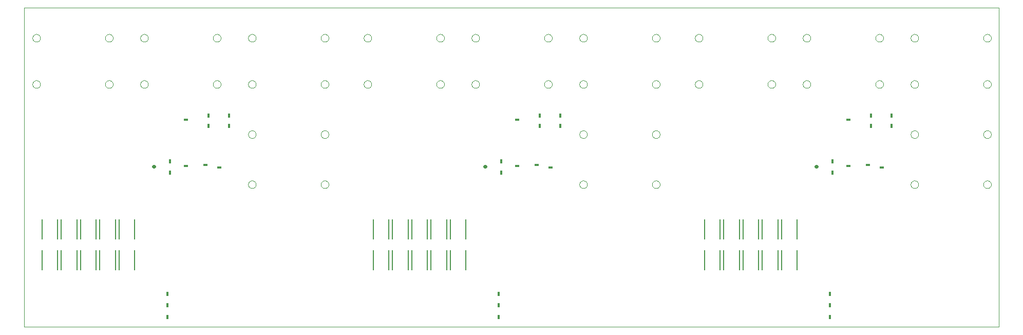
<source format=gbo>
G75*
%MOIN*%
%OFA0B0*%
%FSLAX24Y24*%
%IPPOS*%
%LPD*%
%AMOC8*
5,1,8,0,0,1.08239X$1,22.5*
%
%ADD10C,0.0000*%
%ADD11R,0.0150X0.0300*%
%ADD12C,0.0220*%
%ADD13R,0.0300X0.0150*%
%ADD14C,0.0080*%
D10*
X005176Y004603D02*
X068426Y004603D01*
X068426Y025323D01*
X005176Y025323D01*
X005176Y004603D01*
X019706Y013853D02*
X019708Y013884D01*
X019714Y013915D01*
X019724Y013945D01*
X019737Y013973D01*
X019754Y014000D01*
X019774Y014024D01*
X019797Y014046D01*
X019822Y014064D01*
X019850Y014079D01*
X019879Y014091D01*
X019909Y014099D01*
X019940Y014103D01*
X019972Y014103D01*
X020003Y014099D01*
X020033Y014091D01*
X020062Y014079D01*
X020090Y014064D01*
X020115Y014046D01*
X020138Y014024D01*
X020158Y014000D01*
X020175Y013973D01*
X020188Y013945D01*
X020198Y013915D01*
X020204Y013884D01*
X020206Y013853D01*
X020204Y013822D01*
X020198Y013791D01*
X020188Y013761D01*
X020175Y013733D01*
X020158Y013706D01*
X020138Y013682D01*
X020115Y013660D01*
X020090Y013642D01*
X020062Y013627D01*
X020033Y013615D01*
X020003Y013607D01*
X019972Y013603D01*
X019940Y013603D01*
X019909Y013607D01*
X019879Y013615D01*
X019850Y013627D01*
X019822Y013642D01*
X019797Y013660D01*
X019774Y013682D01*
X019754Y013706D01*
X019737Y013733D01*
X019724Y013761D01*
X019714Y013791D01*
X019708Y013822D01*
X019706Y013853D01*
X024426Y013853D02*
X024428Y013884D01*
X024434Y013915D01*
X024444Y013945D01*
X024457Y013973D01*
X024474Y014000D01*
X024494Y014024D01*
X024517Y014046D01*
X024542Y014064D01*
X024570Y014079D01*
X024599Y014091D01*
X024629Y014099D01*
X024660Y014103D01*
X024692Y014103D01*
X024723Y014099D01*
X024753Y014091D01*
X024782Y014079D01*
X024810Y014064D01*
X024835Y014046D01*
X024858Y014024D01*
X024878Y014000D01*
X024895Y013973D01*
X024908Y013945D01*
X024918Y013915D01*
X024924Y013884D01*
X024926Y013853D01*
X024924Y013822D01*
X024918Y013791D01*
X024908Y013761D01*
X024895Y013733D01*
X024878Y013706D01*
X024858Y013682D01*
X024835Y013660D01*
X024810Y013642D01*
X024782Y013627D01*
X024753Y013615D01*
X024723Y013607D01*
X024692Y013603D01*
X024660Y013603D01*
X024629Y013607D01*
X024599Y013615D01*
X024570Y013627D01*
X024542Y013642D01*
X024517Y013660D01*
X024494Y013682D01*
X024474Y013706D01*
X024457Y013733D01*
X024444Y013761D01*
X024434Y013791D01*
X024428Y013822D01*
X024426Y013853D01*
X024426Y017103D02*
X024428Y017134D01*
X024434Y017165D01*
X024444Y017195D01*
X024457Y017223D01*
X024474Y017250D01*
X024494Y017274D01*
X024517Y017296D01*
X024542Y017314D01*
X024570Y017329D01*
X024599Y017341D01*
X024629Y017349D01*
X024660Y017353D01*
X024692Y017353D01*
X024723Y017349D01*
X024753Y017341D01*
X024782Y017329D01*
X024810Y017314D01*
X024835Y017296D01*
X024858Y017274D01*
X024878Y017250D01*
X024895Y017223D01*
X024908Y017195D01*
X024918Y017165D01*
X024924Y017134D01*
X024926Y017103D01*
X024924Y017072D01*
X024918Y017041D01*
X024908Y017011D01*
X024895Y016983D01*
X024878Y016956D01*
X024858Y016932D01*
X024835Y016910D01*
X024810Y016892D01*
X024782Y016877D01*
X024753Y016865D01*
X024723Y016857D01*
X024692Y016853D01*
X024660Y016853D01*
X024629Y016857D01*
X024599Y016865D01*
X024570Y016877D01*
X024542Y016892D01*
X024517Y016910D01*
X024494Y016932D01*
X024474Y016956D01*
X024457Y016983D01*
X024444Y017011D01*
X024434Y017041D01*
X024428Y017072D01*
X024426Y017103D01*
X019706Y017103D02*
X019708Y017134D01*
X019714Y017165D01*
X019724Y017195D01*
X019737Y017223D01*
X019754Y017250D01*
X019774Y017274D01*
X019797Y017296D01*
X019822Y017314D01*
X019850Y017329D01*
X019879Y017341D01*
X019909Y017349D01*
X019940Y017353D01*
X019972Y017353D01*
X020003Y017349D01*
X020033Y017341D01*
X020062Y017329D01*
X020090Y017314D01*
X020115Y017296D01*
X020138Y017274D01*
X020158Y017250D01*
X020175Y017223D01*
X020188Y017195D01*
X020198Y017165D01*
X020204Y017134D01*
X020206Y017103D01*
X020204Y017072D01*
X020198Y017041D01*
X020188Y017011D01*
X020175Y016983D01*
X020158Y016956D01*
X020138Y016932D01*
X020115Y016910D01*
X020090Y016892D01*
X020062Y016877D01*
X020033Y016865D01*
X020003Y016857D01*
X019972Y016853D01*
X019940Y016853D01*
X019909Y016857D01*
X019879Y016865D01*
X019850Y016877D01*
X019822Y016892D01*
X019797Y016910D01*
X019774Y016932D01*
X019754Y016956D01*
X019737Y016983D01*
X019724Y017011D01*
X019714Y017041D01*
X019708Y017072D01*
X019706Y017103D01*
X019706Y020353D02*
X019708Y020384D01*
X019714Y020415D01*
X019724Y020445D01*
X019737Y020473D01*
X019754Y020500D01*
X019774Y020524D01*
X019797Y020546D01*
X019822Y020564D01*
X019850Y020579D01*
X019879Y020591D01*
X019909Y020599D01*
X019940Y020603D01*
X019972Y020603D01*
X020003Y020599D01*
X020033Y020591D01*
X020062Y020579D01*
X020090Y020564D01*
X020115Y020546D01*
X020138Y020524D01*
X020158Y020500D01*
X020175Y020473D01*
X020188Y020445D01*
X020198Y020415D01*
X020204Y020384D01*
X020206Y020353D01*
X020204Y020322D01*
X020198Y020291D01*
X020188Y020261D01*
X020175Y020233D01*
X020158Y020206D01*
X020138Y020182D01*
X020115Y020160D01*
X020090Y020142D01*
X020062Y020127D01*
X020033Y020115D01*
X020003Y020107D01*
X019972Y020103D01*
X019940Y020103D01*
X019909Y020107D01*
X019879Y020115D01*
X019850Y020127D01*
X019822Y020142D01*
X019797Y020160D01*
X019774Y020182D01*
X019754Y020206D01*
X019737Y020233D01*
X019724Y020261D01*
X019714Y020291D01*
X019708Y020322D01*
X019706Y020353D01*
X017426Y020353D02*
X017428Y020384D01*
X017434Y020415D01*
X017444Y020445D01*
X017457Y020473D01*
X017474Y020500D01*
X017494Y020524D01*
X017517Y020546D01*
X017542Y020564D01*
X017570Y020579D01*
X017599Y020591D01*
X017629Y020599D01*
X017660Y020603D01*
X017692Y020603D01*
X017723Y020599D01*
X017753Y020591D01*
X017782Y020579D01*
X017810Y020564D01*
X017835Y020546D01*
X017858Y020524D01*
X017878Y020500D01*
X017895Y020473D01*
X017908Y020445D01*
X017918Y020415D01*
X017924Y020384D01*
X017926Y020353D01*
X017924Y020322D01*
X017918Y020291D01*
X017908Y020261D01*
X017895Y020233D01*
X017878Y020206D01*
X017858Y020182D01*
X017835Y020160D01*
X017810Y020142D01*
X017782Y020127D01*
X017753Y020115D01*
X017723Y020107D01*
X017692Y020103D01*
X017660Y020103D01*
X017629Y020107D01*
X017599Y020115D01*
X017570Y020127D01*
X017542Y020142D01*
X017517Y020160D01*
X017494Y020182D01*
X017474Y020206D01*
X017457Y020233D01*
X017444Y020261D01*
X017434Y020291D01*
X017428Y020322D01*
X017426Y020353D01*
X012706Y020353D02*
X012708Y020384D01*
X012714Y020415D01*
X012724Y020445D01*
X012737Y020473D01*
X012754Y020500D01*
X012774Y020524D01*
X012797Y020546D01*
X012822Y020564D01*
X012850Y020579D01*
X012879Y020591D01*
X012909Y020599D01*
X012940Y020603D01*
X012972Y020603D01*
X013003Y020599D01*
X013033Y020591D01*
X013062Y020579D01*
X013090Y020564D01*
X013115Y020546D01*
X013138Y020524D01*
X013158Y020500D01*
X013175Y020473D01*
X013188Y020445D01*
X013198Y020415D01*
X013204Y020384D01*
X013206Y020353D01*
X013204Y020322D01*
X013198Y020291D01*
X013188Y020261D01*
X013175Y020233D01*
X013158Y020206D01*
X013138Y020182D01*
X013115Y020160D01*
X013090Y020142D01*
X013062Y020127D01*
X013033Y020115D01*
X013003Y020107D01*
X012972Y020103D01*
X012940Y020103D01*
X012909Y020107D01*
X012879Y020115D01*
X012850Y020127D01*
X012822Y020142D01*
X012797Y020160D01*
X012774Y020182D01*
X012754Y020206D01*
X012737Y020233D01*
X012724Y020261D01*
X012714Y020291D01*
X012708Y020322D01*
X012706Y020353D01*
X010426Y020353D02*
X010428Y020384D01*
X010434Y020415D01*
X010444Y020445D01*
X010457Y020473D01*
X010474Y020500D01*
X010494Y020524D01*
X010517Y020546D01*
X010542Y020564D01*
X010570Y020579D01*
X010599Y020591D01*
X010629Y020599D01*
X010660Y020603D01*
X010692Y020603D01*
X010723Y020599D01*
X010753Y020591D01*
X010782Y020579D01*
X010810Y020564D01*
X010835Y020546D01*
X010858Y020524D01*
X010878Y020500D01*
X010895Y020473D01*
X010908Y020445D01*
X010918Y020415D01*
X010924Y020384D01*
X010926Y020353D01*
X010924Y020322D01*
X010918Y020291D01*
X010908Y020261D01*
X010895Y020233D01*
X010878Y020206D01*
X010858Y020182D01*
X010835Y020160D01*
X010810Y020142D01*
X010782Y020127D01*
X010753Y020115D01*
X010723Y020107D01*
X010692Y020103D01*
X010660Y020103D01*
X010629Y020107D01*
X010599Y020115D01*
X010570Y020127D01*
X010542Y020142D01*
X010517Y020160D01*
X010494Y020182D01*
X010474Y020206D01*
X010457Y020233D01*
X010444Y020261D01*
X010434Y020291D01*
X010428Y020322D01*
X010426Y020353D01*
X005706Y020353D02*
X005708Y020384D01*
X005714Y020415D01*
X005724Y020445D01*
X005737Y020473D01*
X005754Y020500D01*
X005774Y020524D01*
X005797Y020546D01*
X005822Y020564D01*
X005850Y020579D01*
X005879Y020591D01*
X005909Y020599D01*
X005940Y020603D01*
X005972Y020603D01*
X006003Y020599D01*
X006033Y020591D01*
X006062Y020579D01*
X006090Y020564D01*
X006115Y020546D01*
X006138Y020524D01*
X006158Y020500D01*
X006175Y020473D01*
X006188Y020445D01*
X006198Y020415D01*
X006204Y020384D01*
X006206Y020353D01*
X006204Y020322D01*
X006198Y020291D01*
X006188Y020261D01*
X006175Y020233D01*
X006158Y020206D01*
X006138Y020182D01*
X006115Y020160D01*
X006090Y020142D01*
X006062Y020127D01*
X006033Y020115D01*
X006003Y020107D01*
X005972Y020103D01*
X005940Y020103D01*
X005909Y020107D01*
X005879Y020115D01*
X005850Y020127D01*
X005822Y020142D01*
X005797Y020160D01*
X005774Y020182D01*
X005754Y020206D01*
X005737Y020233D01*
X005724Y020261D01*
X005714Y020291D01*
X005708Y020322D01*
X005706Y020353D01*
X005706Y023353D02*
X005708Y023384D01*
X005714Y023415D01*
X005724Y023445D01*
X005737Y023473D01*
X005754Y023500D01*
X005774Y023524D01*
X005797Y023546D01*
X005822Y023564D01*
X005850Y023579D01*
X005879Y023591D01*
X005909Y023599D01*
X005940Y023603D01*
X005972Y023603D01*
X006003Y023599D01*
X006033Y023591D01*
X006062Y023579D01*
X006090Y023564D01*
X006115Y023546D01*
X006138Y023524D01*
X006158Y023500D01*
X006175Y023473D01*
X006188Y023445D01*
X006198Y023415D01*
X006204Y023384D01*
X006206Y023353D01*
X006204Y023322D01*
X006198Y023291D01*
X006188Y023261D01*
X006175Y023233D01*
X006158Y023206D01*
X006138Y023182D01*
X006115Y023160D01*
X006090Y023142D01*
X006062Y023127D01*
X006033Y023115D01*
X006003Y023107D01*
X005972Y023103D01*
X005940Y023103D01*
X005909Y023107D01*
X005879Y023115D01*
X005850Y023127D01*
X005822Y023142D01*
X005797Y023160D01*
X005774Y023182D01*
X005754Y023206D01*
X005737Y023233D01*
X005724Y023261D01*
X005714Y023291D01*
X005708Y023322D01*
X005706Y023353D01*
X010426Y023353D02*
X010428Y023384D01*
X010434Y023415D01*
X010444Y023445D01*
X010457Y023473D01*
X010474Y023500D01*
X010494Y023524D01*
X010517Y023546D01*
X010542Y023564D01*
X010570Y023579D01*
X010599Y023591D01*
X010629Y023599D01*
X010660Y023603D01*
X010692Y023603D01*
X010723Y023599D01*
X010753Y023591D01*
X010782Y023579D01*
X010810Y023564D01*
X010835Y023546D01*
X010858Y023524D01*
X010878Y023500D01*
X010895Y023473D01*
X010908Y023445D01*
X010918Y023415D01*
X010924Y023384D01*
X010926Y023353D01*
X010924Y023322D01*
X010918Y023291D01*
X010908Y023261D01*
X010895Y023233D01*
X010878Y023206D01*
X010858Y023182D01*
X010835Y023160D01*
X010810Y023142D01*
X010782Y023127D01*
X010753Y023115D01*
X010723Y023107D01*
X010692Y023103D01*
X010660Y023103D01*
X010629Y023107D01*
X010599Y023115D01*
X010570Y023127D01*
X010542Y023142D01*
X010517Y023160D01*
X010494Y023182D01*
X010474Y023206D01*
X010457Y023233D01*
X010444Y023261D01*
X010434Y023291D01*
X010428Y023322D01*
X010426Y023353D01*
X012706Y023353D02*
X012708Y023384D01*
X012714Y023415D01*
X012724Y023445D01*
X012737Y023473D01*
X012754Y023500D01*
X012774Y023524D01*
X012797Y023546D01*
X012822Y023564D01*
X012850Y023579D01*
X012879Y023591D01*
X012909Y023599D01*
X012940Y023603D01*
X012972Y023603D01*
X013003Y023599D01*
X013033Y023591D01*
X013062Y023579D01*
X013090Y023564D01*
X013115Y023546D01*
X013138Y023524D01*
X013158Y023500D01*
X013175Y023473D01*
X013188Y023445D01*
X013198Y023415D01*
X013204Y023384D01*
X013206Y023353D01*
X013204Y023322D01*
X013198Y023291D01*
X013188Y023261D01*
X013175Y023233D01*
X013158Y023206D01*
X013138Y023182D01*
X013115Y023160D01*
X013090Y023142D01*
X013062Y023127D01*
X013033Y023115D01*
X013003Y023107D01*
X012972Y023103D01*
X012940Y023103D01*
X012909Y023107D01*
X012879Y023115D01*
X012850Y023127D01*
X012822Y023142D01*
X012797Y023160D01*
X012774Y023182D01*
X012754Y023206D01*
X012737Y023233D01*
X012724Y023261D01*
X012714Y023291D01*
X012708Y023322D01*
X012706Y023353D01*
X017426Y023353D02*
X017428Y023384D01*
X017434Y023415D01*
X017444Y023445D01*
X017457Y023473D01*
X017474Y023500D01*
X017494Y023524D01*
X017517Y023546D01*
X017542Y023564D01*
X017570Y023579D01*
X017599Y023591D01*
X017629Y023599D01*
X017660Y023603D01*
X017692Y023603D01*
X017723Y023599D01*
X017753Y023591D01*
X017782Y023579D01*
X017810Y023564D01*
X017835Y023546D01*
X017858Y023524D01*
X017878Y023500D01*
X017895Y023473D01*
X017908Y023445D01*
X017918Y023415D01*
X017924Y023384D01*
X017926Y023353D01*
X017924Y023322D01*
X017918Y023291D01*
X017908Y023261D01*
X017895Y023233D01*
X017878Y023206D01*
X017858Y023182D01*
X017835Y023160D01*
X017810Y023142D01*
X017782Y023127D01*
X017753Y023115D01*
X017723Y023107D01*
X017692Y023103D01*
X017660Y023103D01*
X017629Y023107D01*
X017599Y023115D01*
X017570Y023127D01*
X017542Y023142D01*
X017517Y023160D01*
X017494Y023182D01*
X017474Y023206D01*
X017457Y023233D01*
X017444Y023261D01*
X017434Y023291D01*
X017428Y023322D01*
X017426Y023353D01*
X019706Y023353D02*
X019708Y023384D01*
X019714Y023415D01*
X019724Y023445D01*
X019737Y023473D01*
X019754Y023500D01*
X019774Y023524D01*
X019797Y023546D01*
X019822Y023564D01*
X019850Y023579D01*
X019879Y023591D01*
X019909Y023599D01*
X019940Y023603D01*
X019972Y023603D01*
X020003Y023599D01*
X020033Y023591D01*
X020062Y023579D01*
X020090Y023564D01*
X020115Y023546D01*
X020138Y023524D01*
X020158Y023500D01*
X020175Y023473D01*
X020188Y023445D01*
X020198Y023415D01*
X020204Y023384D01*
X020206Y023353D01*
X020204Y023322D01*
X020198Y023291D01*
X020188Y023261D01*
X020175Y023233D01*
X020158Y023206D01*
X020138Y023182D01*
X020115Y023160D01*
X020090Y023142D01*
X020062Y023127D01*
X020033Y023115D01*
X020003Y023107D01*
X019972Y023103D01*
X019940Y023103D01*
X019909Y023107D01*
X019879Y023115D01*
X019850Y023127D01*
X019822Y023142D01*
X019797Y023160D01*
X019774Y023182D01*
X019754Y023206D01*
X019737Y023233D01*
X019724Y023261D01*
X019714Y023291D01*
X019708Y023322D01*
X019706Y023353D01*
X024426Y023353D02*
X024428Y023384D01*
X024434Y023415D01*
X024444Y023445D01*
X024457Y023473D01*
X024474Y023500D01*
X024494Y023524D01*
X024517Y023546D01*
X024542Y023564D01*
X024570Y023579D01*
X024599Y023591D01*
X024629Y023599D01*
X024660Y023603D01*
X024692Y023603D01*
X024723Y023599D01*
X024753Y023591D01*
X024782Y023579D01*
X024810Y023564D01*
X024835Y023546D01*
X024858Y023524D01*
X024878Y023500D01*
X024895Y023473D01*
X024908Y023445D01*
X024918Y023415D01*
X024924Y023384D01*
X024926Y023353D01*
X024924Y023322D01*
X024918Y023291D01*
X024908Y023261D01*
X024895Y023233D01*
X024878Y023206D01*
X024858Y023182D01*
X024835Y023160D01*
X024810Y023142D01*
X024782Y023127D01*
X024753Y023115D01*
X024723Y023107D01*
X024692Y023103D01*
X024660Y023103D01*
X024629Y023107D01*
X024599Y023115D01*
X024570Y023127D01*
X024542Y023142D01*
X024517Y023160D01*
X024494Y023182D01*
X024474Y023206D01*
X024457Y023233D01*
X024444Y023261D01*
X024434Y023291D01*
X024428Y023322D01*
X024426Y023353D01*
X027206Y023353D02*
X027208Y023384D01*
X027214Y023415D01*
X027224Y023445D01*
X027237Y023473D01*
X027254Y023500D01*
X027274Y023524D01*
X027297Y023546D01*
X027322Y023564D01*
X027350Y023579D01*
X027379Y023591D01*
X027409Y023599D01*
X027440Y023603D01*
X027472Y023603D01*
X027503Y023599D01*
X027533Y023591D01*
X027562Y023579D01*
X027590Y023564D01*
X027615Y023546D01*
X027638Y023524D01*
X027658Y023500D01*
X027675Y023473D01*
X027688Y023445D01*
X027698Y023415D01*
X027704Y023384D01*
X027706Y023353D01*
X027704Y023322D01*
X027698Y023291D01*
X027688Y023261D01*
X027675Y023233D01*
X027658Y023206D01*
X027638Y023182D01*
X027615Y023160D01*
X027590Y023142D01*
X027562Y023127D01*
X027533Y023115D01*
X027503Y023107D01*
X027472Y023103D01*
X027440Y023103D01*
X027409Y023107D01*
X027379Y023115D01*
X027350Y023127D01*
X027322Y023142D01*
X027297Y023160D01*
X027274Y023182D01*
X027254Y023206D01*
X027237Y023233D01*
X027224Y023261D01*
X027214Y023291D01*
X027208Y023322D01*
X027206Y023353D01*
X031926Y023353D02*
X031928Y023384D01*
X031934Y023415D01*
X031944Y023445D01*
X031957Y023473D01*
X031974Y023500D01*
X031994Y023524D01*
X032017Y023546D01*
X032042Y023564D01*
X032070Y023579D01*
X032099Y023591D01*
X032129Y023599D01*
X032160Y023603D01*
X032192Y023603D01*
X032223Y023599D01*
X032253Y023591D01*
X032282Y023579D01*
X032310Y023564D01*
X032335Y023546D01*
X032358Y023524D01*
X032378Y023500D01*
X032395Y023473D01*
X032408Y023445D01*
X032418Y023415D01*
X032424Y023384D01*
X032426Y023353D01*
X032424Y023322D01*
X032418Y023291D01*
X032408Y023261D01*
X032395Y023233D01*
X032378Y023206D01*
X032358Y023182D01*
X032335Y023160D01*
X032310Y023142D01*
X032282Y023127D01*
X032253Y023115D01*
X032223Y023107D01*
X032192Y023103D01*
X032160Y023103D01*
X032129Y023107D01*
X032099Y023115D01*
X032070Y023127D01*
X032042Y023142D01*
X032017Y023160D01*
X031994Y023182D01*
X031974Y023206D01*
X031957Y023233D01*
X031944Y023261D01*
X031934Y023291D01*
X031928Y023322D01*
X031926Y023353D01*
X034206Y023353D02*
X034208Y023384D01*
X034214Y023415D01*
X034224Y023445D01*
X034237Y023473D01*
X034254Y023500D01*
X034274Y023524D01*
X034297Y023546D01*
X034322Y023564D01*
X034350Y023579D01*
X034379Y023591D01*
X034409Y023599D01*
X034440Y023603D01*
X034472Y023603D01*
X034503Y023599D01*
X034533Y023591D01*
X034562Y023579D01*
X034590Y023564D01*
X034615Y023546D01*
X034638Y023524D01*
X034658Y023500D01*
X034675Y023473D01*
X034688Y023445D01*
X034698Y023415D01*
X034704Y023384D01*
X034706Y023353D01*
X034704Y023322D01*
X034698Y023291D01*
X034688Y023261D01*
X034675Y023233D01*
X034658Y023206D01*
X034638Y023182D01*
X034615Y023160D01*
X034590Y023142D01*
X034562Y023127D01*
X034533Y023115D01*
X034503Y023107D01*
X034472Y023103D01*
X034440Y023103D01*
X034409Y023107D01*
X034379Y023115D01*
X034350Y023127D01*
X034322Y023142D01*
X034297Y023160D01*
X034274Y023182D01*
X034254Y023206D01*
X034237Y023233D01*
X034224Y023261D01*
X034214Y023291D01*
X034208Y023322D01*
X034206Y023353D01*
X038926Y023353D02*
X038928Y023384D01*
X038934Y023415D01*
X038944Y023445D01*
X038957Y023473D01*
X038974Y023500D01*
X038994Y023524D01*
X039017Y023546D01*
X039042Y023564D01*
X039070Y023579D01*
X039099Y023591D01*
X039129Y023599D01*
X039160Y023603D01*
X039192Y023603D01*
X039223Y023599D01*
X039253Y023591D01*
X039282Y023579D01*
X039310Y023564D01*
X039335Y023546D01*
X039358Y023524D01*
X039378Y023500D01*
X039395Y023473D01*
X039408Y023445D01*
X039418Y023415D01*
X039424Y023384D01*
X039426Y023353D01*
X039424Y023322D01*
X039418Y023291D01*
X039408Y023261D01*
X039395Y023233D01*
X039378Y023206D01*
X039358Y023182D01*
X039335Y023160D01*
X039310Y023142D01*
X039282Y023127D01*
X039253Y023115D01*
X039223Y023107D01*
X039192Y023103D01*
X039160Y023103D01*
X039129Y023107D01*
X039099Y023115D01*
X039070Y023127D01*
X039042Y023142D01*
X039017Y023160D01*
X038994Y023182D01*
X038974Y023206D01*
X038957Y023233D01*
X038944Y023261D01*
X038934Y023291D01*
X038928Y023322D01*
X038926Y023353D01*
X041206Y023353D02*
X041208Y023384D01*
X041214Y023415D01*
X041224Y023445D01*
X041237Y023473D01*
X041254Y023500D01*
X041274Y023524D01*
X041297Y023546D01*
X041322Y023564D01*
X041350Y023579D01*
X041379Y023591D01*
X041409Y023599D01*
X041440Y023603D01*
X041472Y023603D01*
X041503Y023599D01*
X041533Y023591D01*
X041562Y023579D01*
X041590Y023564D01*
X041615Y023546D01*
X041638Y023524D01*
X041658Y023500D01*
X041675Y023473D01*
X041688Y023445D01*
X041698Y023415D01*
X041704Y023384D01*
X041706Y023353D01*
X041704Y023322D01*
X041698Y023291D01*
X041688Y023261D01*
X041675Y023233D01*
X041658Y023206D01*
X041638Y023182D01*
X041615Y023160D01*
X041590Y023142D01*
X041562Y023127D01*
X041533Y023115D01*
X041503Y023107D01*
X041472Y023103D01*
X041440Y023103D01*
X041409Y023107D01*
X041379Y023115D01*
X041350Y023127D01*
X041322Y023142D01*
X041297Y023160D01*
X041274Y023182D01*
X041254Y023206D01*
X041237Y023233D01*
X041224Y023261D01*
X041214Y023291D01*
X041208Y023322D01*
X041206Y023353D01*
X045926Y023353D02*
X045928Y023384D01*
X045934Y023415D01*
X045944Y023445D01*
X045957Y023473D01*
X045974Y023500D01*
X045994Y023524D01*
X046017Y023546D01*
X046042Y023564D01*
X046070Y023579D01*
X046099Y023591D01*
X046129Y023599D01*
X046160Y023603D01*
X046192Y023603D01*
X046223Y023599D01*
X046253Y023591D01*
X046282Y023579D01*
X046310Y023564D01*
X046335Y023546D01*
X046358Y023524D01*
X046378Y023500D01*
X046395Y023473D01*
X046408Y023445D01*
X046418Y023415D01*
X046424Y023384D01*
X046426Y023353D01*
X046424Y023322D01*
X046418Y023291D01*
X046408Y023261D01*
X046395Y023233D01*
X046378Y023206D01*
X046358Y023182D01*
X046335Y023160D01*
X046310Y023142D01*
X046282Y023127D01*
X046253Y023115D01*
X046223Y023107D01*
X046192Y023103D01*
X046160Y023103D01*
X046129Y023107D01*
X046099Y023115D01*
X046070Y023127D01*
X046042Y023142D01*
X046017Y023160D01*
X045994Y023182D01*
X045974Y023206D01*
X045957Y023233D01*
X045944Y023261D01*
X045934Y023291D01*
X045928Y023322D01*
X045926Y023353D01*
X048706Y023353D02*
X048708Y023384D01*
X048714Y023415D01*
X048724Y023445D01*
X048737Y023473D01*
X048754Y023500D01*
X048774Y023524D01*
X048797Y023546D01*
X048822Y023564D01*
X048850Y023579D01*
X048879Y023591D01*
X048909Y023599D01*
X048940Y023603D01*
X048972Y023603D01*
X049003Y023599D01*
X049033Y023591D01*
X049062Y023579D01*
X049090Y023564D01*
X049115Y023546D01*
X049138Y023524D01*
X049158Y023500D01*
X049175Y023473D01*
X049188Y023445D01*
X049198Y023415D01*
X049204Y023384D01*
X049206Y023353D01*
X049204Y023322D01*
X049198Y023291D01*
X049188Y023261D01*
X049175Y023233D01*
X049158Y023206D01*
X049138Y023182D01*
X049115Y023160D01*
X049090Y023142D01*
X049062Y023127D01*
X049033Y023115D01*
X049003Y023107D01*
X048972Y023103D01*
X048940Y023103D01*
X048909Y023107D01*
X048879Y023115D01*
X048850Y023127D01*
X048822Y023142D01*
X048797Y023160D01*
X048774Y023182D01*
X048754Y023206D01*
X048737Y023233D01*
X048724Y023261D01*
X048714Y023291D01*
X048708Y023322D01*
X048706Y023353D01*
X053426Y023353D02*
X053428Y023384D01*
X053434Y023415D01*
X053444Y023445D01*
X053457Y023473D01*
X053474Y023500D01*
X053494Y023524D01*
X053517Y023546D01*
X053542Y023564D01*
X053570Y023579D01*
X053599Y023591D01*
X053629Y023599D01*
X053660Y023603D01*
X053692Y023603D01*
X053723Y023599D01*
X053753Y023591D01*
X053782Y023579D01*
X053810Y023564D01*
X053835Y023546D01*
X053858Y023524D01*
X053878Y023500D01*
X053895Y023473D01*
X053908Y023445D01*
X053918Y023415D01*
X053924Y023384D01*
X053926Y023353D01*
X053924Y023322D01*
X053918Y023291D01*
X053908Y023261D01*
X053895Y023233D01*
X053878Y023206D01*
X053858Y023182D01*
X053835Y023160D01*
X053810Y023142D01*
X053782Y023127D01*
X053753Y023115D01*
X053723Y023107D01*
X053692Y023103D01*
X053660Y023103D01*
X053629Y023107D01*
X053599Y023115D01*
X053570Y023127D01*
X053542Y023142D01*
X053517Y023160D01*
X053494Y023182D01*
X053474Y023206D01*
X053457Y023233D01*
X053444Y023261D01*
X053434Y023291D01*
X053428Y023322D01*
X053426Y023353D01*
X055706Y023353D02*
X055708Y023384D01*
X055714Y023415D01*
X055724Y023445D01*
X055737Y023473D01*
X055754Y023500D01*
X055774Y023524D01*
X055797Y023546D01*
X055822Y023564D01*
X055850Y023579D01*
X055879Y023591D01*
X055909Y023599D01*
X055940Y023603D01*
X055972Y023603D01*
X056003Y023599D01*
X056033Y023591D01*
X056062Y023579D01*
X056090Y023564D01*
X056115Y023546D01*
X056138Y023524D01*
X056158Y023500D01*
X056175Y023473D01*
X056188Y023445D01*
X056198Y023415D01*
X056204Y023384D01*
X056206Y023353D01*
X056204Y023322D01*
X056198Y023291D01*
X056188Y023261D01*
X056175Y023233D01*
X056158Y023206D01*
X056138Y023182D01*
X056115Y023160D01*
X056090Y023142D01*
X056062Y023127D01*
X056033Y023115D01*
X056003Y023107D01*
X055972Y023103D01*
X055940Y023103D01*
X055909Y023107D01*
X055879Y023115D01*
X055850Y023127D01*
X055822Y023142D01*
X055797Y023160D01*
X055774Y023182D01*
X055754Y023206D01*
X055737Y023233D01*
X055724Y023261D01*
X055714Y023291D01*
X055708Y023322D01*
X055706Y023353D01*
X060426Y023353D02*
X060428Y023384D01*
X060434Y023415D01*
X060444Y023445D01*
X060457Y023473D01*
X060474Y023500D01*
X060494Y023524D01*
X060517Y023546D01*
X060542Y023564D01*
X060570Y023579D01*
X060599Y023591D01*
X060629Y023599D01*
X060660Y023603D01*
X060692Y023603D01*
X060723Y023599D01*
X060753Y023591D01*
X060782Y023579D01*
X060810Y023564D01*
X060835Y023546D01*
X060858Y023524D01*
X060878Y023500D01*
X060895Y023473D01*
X060908Y023445D01*
X060918Y023415D01*
X060924Y023384D01*
X060926Y023353D01*
X060924Y023322D01*
X060918Y023291D01*
X060908Y023261D01*
X060895Y023233D01*
X060878Y023206D01*
X060858Y023182D01*
X060835Y023160D01*
X060810Y023142D01*
X060782Y023127D01*
X060753Y023115D01*
X060723Y023107D01*
X060692Y023103D01*
X060660Y023103D01*
X060629Y023107D01*
X060599Y023115D01*
X060570Y023127D01*
X060542Y023142D01*
X060517Y023160D01*
X060494Y023182D01*
X060474Y023206D01*
X060457Y023233D01*
X060444Y023261D01*
X060434Y023291D01*
X060428Y023322D01*
X060426Y023353D01*
X062706Y023353D02*
X062708Y023384D01*
X062714Y023415D01*
X062724Y023445D01*
X062737Y023473D01*
X062754Y023500D01*
X062774Y023524D01*
X062797Y023546D01*
X062822Y023564D01*
X062850Y023579D01*
X062879Y023591D01*
X062909Y023599D01*
X062940Y023603D01*
X062972Y023603D01*
X063003Y023599D01*
X063033Y023591D01*
X063062Y023579D01*
X063090Y023564D01*
X063115Y023546D01*
X063138Y023524D01*
X063158Y023500D01*
X063175Y023473D01*
X063188Y023445D01*
X063198Y023415D01*
X063204Y023384D01*
X063206Y023353D01*
X063204Y023322D01*
X063198Y023291D01*
X063188Y023261D01*
X063175Y023233D01*
X063158Y023206D01*
X063138Y023182D01*
X063115Y023160D01*
X063090Y023142D01*
X063062Y023127D01*
X063033Y023115D01*
X063003Y023107D01*
X062972Y023103D01*
X062940Y023103D01*
X062909Y023107D01*
X062879Y023115D01*
X062850Y023127D01*
X062822Y023142D01*
X062797Y023160D01*
X062774Y023182D01*
X062754Y023206D01*
X062737Y023233D01*
X062724Y023261D01*
X062714Y023291D01*
X062708Y023322D01*
X062706Y023353D01*
X067426Y023353D02*
X067428Y023384D01*
X067434Y023415D01*
X067444Y023445D01*
X067457Y023473D01*
X067474Y023500D01*
X067494Y023524D01*
X067517Y023546D01*
X067542Y023564D01*
X067570Y023579D01*
X067599Y023591D01*
X067629Y023599D01*
X067660Y023603D01*
X067692Y023603D01*
X067723Y023599D01*
X067753Y023591D01*
X067782Y023579D01*
X067810Y023564D01*
X067835Y023546D01*
X067858Y023524D01*
X067878Y023500D01*
X067895Y023473D01*
X067908Y023445D01*
X067918Y023415D01*
X067924Y023384D01*
X067926Y023353D01*
X067924Y023322D01*
X067918Y023291D01*
X067908Y023261D01*
X067895Y023233D01*
X067878Y023206D01*
X067858Y023182D01*
X067835Y023160D01*
X067810Y023142D01*
X067782Y023127D01*
X067753Y023115D01*
X067723Y023107D01*
X067692Y023103D01*
X067660Y023103D01*
X067629Y023107D01*
X067599Y023115D01*
X067570Y023127D01*
X067542Y023142D01*
X067517Y023160D01*
X067494Y023182D01*
X067474Y023206D01*
X067457Y023233D01*
X067444Y023261D01*
X067434Y023291D01*
X067428Y023322D01*
X067426Y023353D01*
X067426Y020353D02*
X067428Y020384D01*
X067434Y020415D01*
X067444Y020445D01*
X067457Y020473D01*
X067474Y020500D01*
X067494Y020524D01*
X067517Y020546D01*
X067542Y020564D01*
X067570Y020579D01*
X067599Y020591D01*
X067629Y020599D01*
X067660Y020603D01*
X067692Y020603D01*
X067723Y020599D01*
X067753Y020591D01*
X067782Y020579D01*
X067810Y020564D01*
X067835Y020546D01*
X067858Y020524D01*
X067878Y020500D01*
X067895Y020473D01*
X067908Y020445D01*
X067918Y020415D01*
X067924Y020384D01*
X067926Y020353D01*
X067924Y020322D01*
X067918Y020291D01*
X067908Y020261D01*
X067895Y020233D01*
X067878Y020206D01*
X067858Y020182D01*
X067835Y020160D01*
X067810Y020142D01*
X067782Y020127D01*
X067753Y020115D01*
X067723Y020107D01*
X067692Y020103D01*
X067660Y020103D01*
X067629Y020107D01*
X067599Y020115D01*
X067570Y020127D01*
X067542Y020142D01*
X067517Y020160D01*
X067494Y020182D01*
X067474Y020206D01*
X067457Y020233D01*
X067444Y020261D01*
X067434Y020291D01*
X067428Y020322D01*
X067426Y020353D01*
X062706Y020353D02*
X062708Y020384D01*
X062714Y020415D01*
X062724Y020445D01*
X062737Y020473D01*
X062754Y020500D01*
X062774Y020524D01*
X062797Y020546D01*
X062822Y020564D01*
X062850Y020579D01*
X062879Y020591D01*
X062909Y020599D01*
X062940Y020603D01*
X062972Y020603D01*
X063003Y020599D01*
X063033Y020591D01*
X063062Y020579D01*
X063090Y020564D01*
X063115Y020546D01*
X063138Y020524D01*
X063158Y020500D01*
X063175Y020473D01*
X063188Y020445D01*
X063198Y020415D01*
X063204Y020384D01*
X063206Y020353D01*
X063204Y020322D01*
X063198Y020291D01*
X063188Y020261D01*
X063175Y020233D01*
X063158Y020206D01*
X063138Y020182D01*
X063115Y020160D01*
X063090Y020142D01*
X063062Y020127D01*
X063033Y020115D01*
X063003Y020107D01*
X062972Y020103D01*
X062940Y020103D01*
X062909Y020107D01*
X062879Y020115D01*
X062850Y020127D01*
X062822Y020142D01*
X062797Y020160D01*
X062774Y020182D01*
X062754Y020206D01*
X062737Y020233D01*
X062724Y020261D01*
X062714Y020291D01*
X062708Y020322D01*
X062706Y020353D01*
X060426Y020353D02*
X060428Y020384D01*
X060434Y020415D01*
X060444Y020445D01*
X060457Y020473D01*
X060474Y020500D01*
X060494Y020524D01*
X060517Y020546D01*
X060542Y020564D01*
X060570Y020579D01*
X060599Y020591D01*
X060629Y020599D01*
X060660Y020603D01*
X060692Y020603D01*
X060723Y020599D01*
X060753Y020591D01*
X060782Y020579D01*
X060810Y020564D01*
X060835Y020546D01*
X060858Y020524D01*
X060878Y020500D01*
X060895Y020473D01*
X060908Y020445D01*
X060918Y020415D01*
X060924Y020384D01*
X060926Y020353D01*
X060924Y020322D01*
X060918Y020291D01*
X060908Y020261D01*
X060895Y020233D01*
X060878Y020206D01*
X060858Y020182D01*
X060835Y020160D01*
X060810Y020142D01*
X060782Y020127D01*
X060753Y020115D01*
X060723Y020107D01*
X060692Y020103D01*
X060660Y020103D01*
X060629Y020107D01*
X060599Y020115D01*
X060570Y020127D01*
X060542Y020142D01*
X060517Y020160D01*
X060494Y020182D01*
X060474Y020206D01*
X060457Y020233D01*
X060444Y020261D01*
X060434Y020291D01*
X060428Y020322D01*
X060426Y020353D01*
X055706Y020353D02*
X055708Y020384D01*
X055714Y020415D01*
X055724Y020445D01*
X055737Y020473D01*
X055754Y020500D01*
X055774Y020524D01*
X055797Y020546D01*
X055822Y020564D01*
X055850Y020579D01*
X055879Y020591D01*
X055909Y020599D01*
X055940Y020603D01*
X055972Y020603D01*
X056003Y020599D01*
X056033Y020591D01*
X056062Y020579D01*
X056090Y020564D01*
X056115Y020546D01*
X056138Y020524D01*
X056158Y020500D01*
X056175Y020473D01*
X056188Y020445D01*
X056198Y020415D01*
X056204Y020384D01*
X056206Y020353D01*
X056204Y020322D01*
X056198Y020291D01*
X056188Y020261D01*
X056175Y020233D01*
X056158Y020206D01*
X056138Y020182D01*
X056115Y020160D01*
X056090Y020142D01*
X056062Y020127D01*
X056033Y020115D01*
X056003Y020107D01*
X055972Y020103D01*
X055940Y020103D01*
X055909Y020107D01*
X055879Y020115D01*
X055850Y020127D01*
X055822Y020142D01*
X055797Y020160D01*
X055774Y020182D01*
X055754Y020206D01*
X055737Y020233D01*
X055724Y020261D01*
X055714Y020291D01*
X055708Y020322D01*
X055706Y020353D01*
X053426Y020353D02*
X053428Y020384D01*
X053434Y020415D01*
X053444Y020445D01*
X053457Y020473D01*
X053474Y020500D01*
X053494Y020524D01*
X053517Y020546D01*
X053542Y020564D01*
X053570Y020579D01*
X053599Y020591D01*
X053629Y020599D01*
X053660Y020603D01*
X053692Y020603D01*
X053723Y020599D01*
X053753Y020591D01*
X053782Y020579D01*
X053810Y020564D01*
X053835Y020546D01*
X053858Y020524D01*
X053878Y020500D01*
X053895Y020473D01*
X053908Y020445D01*
X053918Y020415D01*
X053924Y020384D01*
X053926Y020353D01*
X053924Y020322D01*
X053918Y020291D01*
X053908Y020261D01*
X053895Y020233D01*
X053878Y020206D01*
X053858Y020182D01*
X053835Y020160D01*
X053810Y020142D01*
X053782Y020127D01*
X053753Y020115D01*
X053723Y020107D01*
X053692Y020103D01*
X053660Y020103D01*
X053629Y020107D01*
X053599Y020115D01*
X053570Y020127D01*
X053542Y020142D01*
X053517Y020160D01*
X053494Y020182D01*
X053474Y020206D01*
X053457Y020233D01*
X053444Y020261D01*
X053434Y020291D01*
X053428Y020322D01*
X053426Y020353D01*
X048706Y020353D02*
X048708Y020384D01*
X048714Y020415D01*
X048724Y020445D01*
X048737Y020473D01*
X048754Y020500D01*
X048774Y020524D01*
X048797Y020546D01*
X048822Y020564D01*
X048850Y020579D01*
X048879Y020591D01*
X048909Y020599D01*
X048940Y020603D01*
X048972Y020603D01*
X049003Y020599D01*
X049033Y020591D01*
X049062Y020579D01*
X049090Y020564D01*
X049115Y020546D01*
X049138Y020524D01*
X049158Y020500D01*
X049175Y020473D01*
X049188Y020445D01*
X049198Y020415D01*
X049204Y020384D01*
X049206Y020353D01*
X049204Y020322D01*
X049198Y020291D01*
X049188Y020261D01*
X049175Y020233D01*
X049158Y020206D01*
X049138Y020182D01*
X049115Y020160D01*
X049090Y020142D01*
X049062Y020127D01*
X049033Y020115D01*
X049003Y020107D01*
X048972Y020103D01*
X048940Y020103D01*
X048909Y020107D01*
X048879Y020115D01*
X048850Y020127D01*
X048822Y020142D01*
X048797Y020160D01*
X048774Y020182D01*
X048754Y020206D01*
X048737Y020233D01*
X048724Y020261D01*
X048714Y020291D01*
X048708Y020322D01*
X048706Y020353D01*
X045926Y020353D02*
X045928Y020384D01*
X045934Y020415D01*
X045944Y020445D01*
X045957Y020473D01*
X045974Y020500D01*
X045994Y020524D01*
X046017Y020546D01*
X046042Y020564D01*
X046070Y020579D01*
X046099Y020591D01*
X046129Y020599D01*
X046160Y020603D01*
X046192Y020603D01*
X046223Y020599D01*
X046253Y020591D01*
X046282Y020579D01*
X046310Y020564D01*
X046335Y020546D01*
X046358Y020524D01*
X046378Y020500D01*
X046395Y020473D01*
X046408Y020445D01*
X046418Y020415D01*
X046424Y020384D01*
X046426Y020353D01*
X046424Y020322D01*
X046418Y020291D01*
X046408Y020261D01*
X046395Y020233D01*
X046378Y020206D01*
X046358Y020182D01*
X046335Y020160D01*
X046310Y020142D01*
X046282Y020127D01*
X046253Y020115D01*
X046223Y020107D01*
X046192Y020103D01*
X046160Y020103D01*
X046129Y020107D01*
X046099Y020115D01*
X046070Y020127D01*
X046042Y020142D01*
X046017Y020160D01*
X045994Y020182D01*
X045974Y020206D01*
X045957Y020233D01*
X045944Y020261D01*
X045934Y020291D01*
X045928Y020322D01*
X045926Y020353D01*
X041206Y020353D02*
X041208Y020384D01*
X041214Y020415D01*
X041224Y020445D01*
X041237Y020473D01*
X041254Y020500D01*
X041274Y020524D01*
X041297Y020546D01*
X041322Y020564D01*
X041350Y020579D01*
X041379Y020591D01*
X041409Y020599D01*
X041440Y020603D01*
X041472Y020603D01*
X041503Y020599D01*
X041533Y020591D01*
X041562Y020579D01*
X041590Y020564D01*
X041615Y020546D01*
X041638Y020524D01*
X041658Y020500D01*
X041675Y020473D01*
X041688Y020445D01*
X041698Y020415D01*
X041704Y020384D01*
X041706Y020353D01*
X041704Y020322D01*
X041698Y020291D01*
X041688Y020261D01*
X041675Y020233D01*
X041658Y020206D01*
X041638Y020182D01*
X041615Y020160D01*
X041590Y020142D01*
X041562Y020127D01*
X041533Y020115D01*
X041503Y020107D01*
X041472Y020103D01*
X041440Y020103D01*
X041409Y020107D01*
X041379Y020115D01*
X041350Y020127D01*
X041322Y020142D01*
X041297Y020160D01*
X041274Y020182D01*
X041254Y020206D01*
X041237Y020233D01*
X041224Y020261D01*
X041214Y020291D01*
X041208Y020322D01*
X041206Y020353D01*
X038926Y020353D02*
X038928Y020384D01*
X038934Y020415D01*
X038944Y020445D01*
X038957Y020473D01*
X038974Y020500D01*
X038994Y020524D01*
X039017Y020546D01*
X039042Y020564D01*
X039070Y020579D01*
X039099Y020591D01*
X039129Y020599D01*
X039160Y020603D01*
X039192Y020603D01*
X039223Y020599D01*
X039253Y020591D01*
X039282Y020579D01*
X039310Y020564D01*
X039335Y020546D01*
X039358Y020524D01*
X039378Y020500D01*
X039395Y020473D01*
X039408Y020445D01*
X039418Y020415D01*
X039424Y020384D01*
X039426Y020353D01*
X039424Y020322D01*
X039418Y020291D01*
X039408Y020261D01*
X039395Y020233D01*
X039378Y020206D01*
X039358Y020182D01*
X039335Y020160D01*
X039310Y020142D01*
X039282Y020127D01*
X039253Y020115D01*
X039223Y020107D01*
X039192Y020103D01*
X039160Y020103D01*
X039129Y020107D01*
X039099Y020115D01*
X039070Y020127D01*
X039042Y020142D01*
X039017Y020160D01*
X038994Y020182D01*
X038974Y020206D01*
X038957Y020233D01*
X038944Y020261D01*
X038934Y020291D01*
X038928Y020322D01*
X038926Y020353D01*
X034206Y020353D02*
X034208Y020384D01*
X034214Y020415D01*
X034224Y020445D01*
X034237Y020473D01*
X034254Y020500D01*
X034274Y020524D01*
X034297Y020546D01*
X034322Y020564D01*
X034350Y020579D01*
X034379Y020591D01*
X034409Y020599D01*
X034440Y020603D01*
X034472Y020603D01*
X034503Y020599D01*
X034533Y020591D01*
X034562Y020579D01*
X034590Y020564D01*
X034615Y020546D01*
X034638Y020524D01*
X034658Y020500D01*
X034675Y020473D01*
X034688Y020445D01*
X034698Y020415D01*
X034704Y020384D01*
X034706Y020353D01*
X034704Y020322D01*
X034698Y020291D01*
X034688Y020261D01*
X034675Y020233D01*
X034658Y020206D01*
X034638Y020182D01*
X034615Y020160D01*
X034590Y020142D01*
X034562Y020127D01*
X034533Y020115D01*
X034503Y020107D01*
X034472Y020103D01*
X034440Y020103D01*
X034409Y020107D01*
X034379Y020115D01*
X034350Y020127D01*
X034322Y020142D01*
X034297Y020160D01*
X034274Y020182D01*
X034254Y020206D01*
X034237Y020233D01*
X034224Y020261D01*
X034214Y020291D01*
X034208Y020322D01*
X034206Y020353D01*
X031926Y020353D02*
X031928Y020384D01*
X031934Y020415D01*
X031944Y020445D01*
X031957Y020473D01*
X031974Y020500D01*
X031994Y020524D01*
X032017Y020546D01*
X032042Y020564D01*
X032070Y020579D01*
X032099Y020591D01*
X032129Y020599D01*
X032160Y020603D01*
X032192Y020603D01*
X032223Y020599D01*
X032253Y020591D01*
X032282Y020579D01*
X032310Y020564D01*
X032335Y020546D01*
X032358Y020524D01*
X032378Y020500D01*
X032395Y020473D01*
X032408Y020445D01*
X032418Y020415D01*
X032424Y020384D01*
X032426Y020353D01*
X032424Y020322D01*
X032418Y020291D01*
X032408Y020261D01*
X032395Y020233D01*
X032378Y020206D01*
X032358Y020182D01*
X032335Y020160D01*
X032310Y020142D01*
X032282Y020127D01*
X032253Y020115D01*
X032223Y020107D01*
X032192Y020103D01*
X032160Y020103D01*
X032129Y020107D01*
X032099Y020115D01*
X032070Y020127D01*
X032042Y020142D01*
X032017Y020160D01*
X031994Y020182D01*
X031974Y020206D01*
X031957Y020233D01*
X031944Y020261D01*
X031934Y020291D01*
X031928Y020322D01*
X031926Y020353D01*
X027206Y020353D02*
X027208Y020384D01*
X027214Y020415D01*
X027224Y020445D01*
X027237Y020473D01*
X027254Y020500D01*
X027274Y020524D01*
X027297Y020546D01*
X027322Y020564D01*
X027350Y020579D01*
X027379Y020591D01*
X027409Y020599D01*
X027440Y020603D01*
X027472Y020603D01*
X027503Y020599D01*
X027533Y020591D01*
X027562Y020579D01*
X027590Y020564D01*
X027615Y020546D01*
X027638Y020524D01*
X027658Y020500D01*
X027675Y020473D01*
X027688Y020445D01*
X027698Y020415D01*
X027704Y020384D01*
X027706Y020353D01*
X027704Y020322D01*
X027698Y020291D01*
X027688Y020261D01*
X027675Y020233D01*
X027658Y020206D01*
X027638Y020182D01*
X027615Y020160D01*
X027590Y020142D01*
X027562Y020127D01*
X027533Y020115D01*
X027503Y020107D01*
X027472Y020103D01*
X027440Y020103D01*
X027409Y020107D01*
X027379Y020115D01*
X027350Y020127D01*
X027322Y020142D01*
X027297Y020160D01*
X027274Y020182D01*
X027254Y020206D01*
X027237Y020233D01*
X027224Y020261D01*
X027214Y020291D01*
X027208Y020322D01*
X027206Y020353D01*
X024426Y020353D02*
X024428Y020384D01*
X024434Y020415D01*
X024444Y020445D01*
X024457Y020473D01*
X024474Y020500D01*
X024494Y020524D01*
X024517Y020546D01*
X024542Y020564D01*
X024570Y020579D01*
X024599Y020591D01*
X024629Y020599D01*
X024660Y020603D01*
X024692Y020603D01*
X024723Y020599D01*
X024753Y020591D01*
X024782Y020579D01*
X024810Y020564D01*
X024835Y020546D01*
X024858Y020524D01*
X024878Y020500D01*
X024895Y020473D01*
X024908Y020445D01*
X024918Y020415D01*
X024924Y020384D01*
X024926Y020353D01*
X024924Y020322D01*
X024918Y020291D01*
X024908Y020261D01*
X024895Y020233D01*
X024878Y020206D01*
X024858Y020182D01*
X024835Y020160D01*
X024810Y020142D01*
X024782Y020127D01*
X024753Y020115D01*
X024723Y020107D01*
X024692Y020103D01*
X024660Y020103D01*
X024629Y020107D01*
X024599Y020115D01*
X024570Y020127D01*
X024542Y020142D01*
X024517Y020160D01*
X024494Y020182D01*
X024474Y020206D01*
X024457Y020233D01*
X024444Y020261D01*
X024434Y020291D01*
X024428Y020322D01*
X024426Y020353D01*
X041206Y017103D02*
X041208Y017134D01*
X041214Y017165D01*
X041224Y017195D01*
X041237Y017223D01*
X041254Y017250D01*
X041274Y017274D01*
X041297Y017296D01*
X041322Y017314D01*
X041350Y017329D01*
X041379Y017341D01*
X041409Y017349D01*
X041440Y017353D01*
X041472Y017353D01*
X041503Y017349D01*
X041533Y017341D01*
X041562Y017329D01*
X041590Y017314D01*
X041615Y017296D01*
X041638Y017274D01*
X041658Y017250D01*
X041675Y017223D01*
X041688Y017195D01*
X041698Y017165D01*
X041704Y017134D01*
X041706Y017103D01*
X041704Y017072D01*
X041698Y017041D01*
X041688Y017011D01*
X041675Y016983D01*
X041658Y016956D01*
X041638Y016932D01*
X041615Y016910D01*
X041590Y016892D01*
X041562Y016877D01*
X041533Y016865D01*
X041503Y016857D01*
X041472Y016853D01*
X041440Y016853D01*
X041409Y016857D01*
X041379Y016865D01*
X041350Y016877D01*
X041322Y016892D01*
X041297Y016910D01*
X041274Y016932D01*
X041254Y016956D01*
X041237Y016983D01*
X041224Y017011D01*
X041214Y017041D01*
X041208Y017072D01*
X041206Y017103D01*
X045926Y017103D02*
X045928Y017134D01*
X045934Y017165D01*
X045944Y017195D01*
X045957Y017223D01*
X045974Y017250D01*
X045994Y017274D01*
X046017Y017296D01*
X046042Y017314D01*
X046070Y017329D01*
X046099Y017341D01*
X046129Y017349D01*
X046160Y017353D01*
X046192Y017353D01*
X046223Y017349D01*
X046253Y017341D01*
X046282Y017329D01*
X046310Y017314D01*
X046335Y017296D01*
X046358Y017274D01*
X046378Y017250D01*
X046395Y017223D01*
X046408Y017195D01*
X046418Y017165D01*
X046424Y017134D01*
X046426Y017103D01*
X046424Y017072D01*
X046418Y017041D01*
X046408Y017011D01*
X046395Y016983D01*
X046378Y016956D01*
X046358Y016932D01*
X046335Y016910D01*
X046310Y016892D01*
X046282Y016877D01*
X046253Y016865D01*
X046223Y016857D01*
X046192Y016853D01*
X046160Y016853D01*
X046129Y016857D01*
X046099Y016865D01*
X046070Y016877D01*
X046042Y016892D01*
X046017Y016910D01*
X045994Y016932D01*
X045974Y016956D01*
X045957Y016983D01*
X045944Y017011D01*
X045934Y017041D01*
X045928Y017072D01*
X045926Y017103D01*
X045926Y013853D02*
X045928Y013884D01*
X045934Y013915D01*
X045944Y013945D01*
X045957Y013973D01*
X045974Y014000D01*
X045994Y014024D01*
X046017Y014046D01*
X046042Y014064D01*
X046070Y014079D01*
X046099Y014091D01*
X046129Y014099D01*
X046160Y014103D01*
X046192Y014103D01*
X046223Y014099D01*
X046253Y014091D01*
X046282Y014079D01*
X046310Y014064D01*
X046335Y014046D01*
X046358Y014024D01*
X046378Y014000D01*
X046395Y013973D01*
X046408Y013945D01*
X046418Y013915D01*
X046424Y013884D01*
X046426Y013853D01*
X046424Y013822D01*
X046418Y013791D01*
X046408Y013761D01*
X046395Y013733D01*
X046378Y013706D01*
X046358Y013682D01*
X046335Y013660D01*
X046310Y013642D01*
X046282Y013627D01*
X046253Y013615D01*
X046223Y013607D01*
X046192Y013603D01*
X046160Y013603D01*
X046129Y013607D01*
X046099Y013615D01*
X046070Y013627D01*
X046042Y013642D01*
X046017Y013660D01*
X045994Y013682D01*
X045974Y013706D01*
X045957Y013733D01*
X045944Y013761D01*
X045934Y013791D01*
X045928Y013822D01*
X045926Y013853D01*
X041206Y013853D02*
X041208Y013884D01*
X041214Y013915D01*
X041224Y013945D01*
X041237Y013973D01*
X041254Y014000D01*
X041274Y014024D01*
X041297Y014046D01*
X041322Y014064D01*
X041350Y014079D01*
X041379Y014091D01*
X041409Y014099D01*
X041440Y014103D01*
X041472Y014103D01*
X041503Y014099D01*
X041533Y014091D01*
X041562Y014079D01*
X041590Y014064D01*
X041615Y014046D01*
X041638Y014024D01*
X041658Y014000D01*
X041675Y013973D01*
X041688Y013945D01*
X041698Y013915D01*
X041704Y013884D01*
X041706Y013853D01*
X041704Y013822D01*
X041698Y013791D01*
X041688Y013761D01*
X041675Y013733D01*
X041658Y013706D01*
X041638Y013682D01*
X041615Y013660D01*
X041590Y013642D01*
X041562Y013627D01*
X041533Y013615D01*
X041503Y013607D01*
X041472Y013603D01*
X041440Y013603D01*
X041409Y013607D01*
X041379Y013615D01*
X041350Y013627D01*
X041322Y013642D01*
X041297Y013660D01*
X041274Y013682D01*
X041254Y013706D01*
X041237Y013733D01*
X041224Y013761D01*
X041214Y013791D01*
X041208Y013822D01*
X041206Y013853D01*
X062706Y013853D02*
X062708Y013884D01*
X062714Y013915D01*
X062724Y013945D01*
X062737Y013973D01*
X062754Y014000D01*
X062774Y014024D01*
X062797Y014046D01*
X062822Y014064D01*
X062850Y014079D01*
X062879Y014091D01*
X062909Y014099D01*
X062940Y014103D01*
X062972Y014103D01*
X063003Y014099D01*
X063033Y014091D01*
X063062Y014079D01*
X063090Y014064D01*
X063115Y014046D01*
X063138Y014024D01*
X063158Y014000D01*
X063175Y013973D01*
X063188Y013945D01*
X063198Y013915D01*
X063204Y013884D01*
X063206Y013853D01*
X063204Y013822D01*
X063198Y013791D01*
X063188Y013761D01*
X063175Y013733D01*
X063158Y013706D01*
X063138Y013682D01*
X063115Y013660D01*
X063090Y013642D01*
X063062Y013627D01*
X063033Y013615D01*
X063003Y013607D01*
X062972Y013603D01*
X062940Y013603D01*
X062909Y013607D01*
X062879Y013615D01*
X062850Y013627D01*
X062822Y013642D01*
X062797Y013660D01*
X062774Y013682D01*
X062754Y013706D01*
X062737Y013733D01*
X062724Y013761D01*
X062714Y013791D01*
X062708Y013822D01*
X062706Y013853D01*
X067426Y013853D02*
X067428Y013884D01*
X067434Y013915D01*
X067444Y013945D01*
X067457Y013973D01*
X067474Y014000D01*
X067494Y014024D01*
X067517Y014046D01*
X067542Y014064D01*
X067570Y014079D01*
X067599Y014091D01*
X067629Y014099D01*
X067660Y014103D01*
X067692Y014103D01*
X067723Y014099D01*
X067753Y014091D01*
X067782Y014079D01*
X067810Y014064D01*
X067835Y014046D01*
X067858Y014024D01*
X067878Y014000D01*
X067895Y013973D01*
X067908Y013945D01*
X067918Y013915D01*
X067924Y013884D01*
X067926Y013853D01*
X067924Y013822D01*
X067918Y013791D01*
X067908Y013761D01*
X067895Y013733D01*
X067878Y013706D01*
X067858Y013682D01*
X067835Y013660D01*
X067810Y013642D01*
X067782Y013627D01*
X067753Y013615D01*
X067723Y013607D01*
X067692Y013603D01*
X067660Y013603D01*
X067629Y013607D01*
X067599Y013615D01*
X067570Y013627D01*
X067542Y013642D01*
X067517Y013660D01*
X067494Y013682D01*
X067474Y013706D01*
X067457Y013733D01*
X067444Y013761D01*
X067434Y013791D01*
X067428Y013822D01*
X067426Y013853D01*
X067426Y017103D02*
X067428Y017134D01*
X067434Y017165D01*
X067444Y017195D01*
X067457Y017223D01*
X067474Y017250D01*
X067494Y017274D01*
X067517Y017296D01*
X067542Y017314D01*
X067570Y017329D01*
X067599Y017341D01*
X067629Y017349D01*
X067660Y017353D01*
X067692Y017353D01*
X067723Y017349D01*
X067753Y017341D01*
X067782Y017329D01*
X067810Y017314D01*
X067835Y017296D01*
X067858Y017274D01*
X067878Y017250D01*
X067895Y017223D01*
X067908Y017195D01*
X067918Y017165D01*
X067924Y017134D01*
X067926Y017103D01*
X067924Y017072D01*
X067918Y017041D01*
X067908Y017011D01*
X067895Y016983D01*
X067878Y016956D01*
X067858Y016932D01*
X067835Y016910D01*
X067810Y016892D01*
X067782Y016877D01*
X067753Y016865D01*
X067723Y016857D01*
X067692Y016853D01*
X067660Y016853D01*
X067629Y016857D01*
X067599Y016865D01*
X067570Y016877D01*
X067542Y016892D01*
X067517Y016910D01*
X067494Y016932D01*
X067474Y016956D01*
X067457Y016983D01*
X067444Y017011D01*
X067434Y017041D01*
X067428Y017072D01*
X067426Y017103D01*
X062706Y017103D02*
X062708Y017134D01*
X062714Y017165D01*
X062724Y017195D01*
X062737Y017223D01*
X062754Y017250D01*
X062774Y017274D01*
X062797Y017296D01*
X062822Y017314D01*
X062850Y017329D01*
X062879Y017341D01*
X062909Y017349D01*
X062940Y017353D01*
X062972Y017353D01*
X063003Y017349D01*
X063033Y017341D01*
X063062Y017329D01*
X063090Y017314D01*
X063115Y017296D01*
X063138Y017274D01*
X063158Y017250D01*
X063175Y017223D01*
X063188Y017195D01*
X063198Y017165D01*
X063204Y017134D01*
X063206Y017103D01*
X063204Y017072D01*
X063198Y017041D01*
X063188Y017011D01*
X063175Y016983D01*
X063158Y016956D01*
X063138Y016932D01*
X063115Y016910D01*
X063090Y016892D01*
X063062Y016877D01*
X063033Y016865D01*
X063003Y016857D01*
X062972Y016853D01*
X062940Y016853D01*
X062909Y016857D01*
X062879Y016865D01*
X062850Y016877D01*
X062822Y016892D01*
X062797Y016910D01*
X062774Y016932D01*
X062754Y016956D01*
X062737Y016983D01*
X062724Y017011D01*
X062714Y017041D01*
X062708Y017072D01*
X062706Y017103D01*
D11*
X061476Y017653D03*
X061476Y018303D03*
X060126Y018303D03*
X060126Y017653D03*
X057626Y015353D03*
X057626Y014603D03*
X039976Y017653D03*
X039976Y018303D03*
X038626Y018303D03*
X038626Y017653D03*
X036126Y015353D03*
X036126Y014603D03*
X018476Y017653D03*
X017126Y017653D03*
X017126Y018303D03*
X018476Y018303D03*
X014626Y015353D03*
X014626Y014603D03*
X014476Y006753D03*
X014476Y006003D03*
X014476Y005253D03*
X035976Y005253D03*
X035976Y006003D03*
X035976Y006753D03*
X057476Y006753D03*
X057476Y006003D03*
X057476Y005253D03*
D12*
X056588Y015003D02*
X056564Y015003D01*
X035088Y015003D02*
X035064Y015003D01*
X013588Y015003D02*
X013564Y015003D01*
D13*
X015676Y015053D03*
X016926Y015103D03*
X017826Y014953D03*
X015676Y018053D03*
X037176Y018053D03*
X037176Y015053D03*
X038426Y015103D03*
X039326Y014953D03*
X058676Y015053D03*
X059926Y015103D03*
X060826Y014953D03*
X058676Y018053D03*
D14*
X055338Y011583D02*
X055338Y010323D01*
X054314Y010323D02*
X054314Y011583D01*
X054088Y011583D02*
X054088Y010323D01*
X053064Y010323D02*
X053064Y011583D01*
X052838Y011583D02*
X052838Y010323D01*
X051814Y010323D02*
X051814Y011583D01*
X051588Y011583D02*
X051588Y010323D01*
X050564Y010323D02*
X050564Y011583D01*
X050338Y011583D02*
X050338Y010323D01*
X049314Y010323D02*
X049314Y011583D01*
X049314Y009583D02*
X049314Y008323D01*
X050338Y008323D02*
X050338Y009583D01*
X050564Y009583D02*
X050564Y008323D01*
X051588Y008323D02*
X051588Y009583D01*
X051814Y009583D02*
X051814Y008323D01*
X052838Y008323D02*
X052838Y009583D01*
X053064Y009583D02*
X053064Y008323D01*
X054088Y008323D02*
X054088Y009583D01*
X054314Y009583D02*
X054314Y008323D01*
X055338Y008323D02*
X055338Y009583D01*
X033838Y009583D02*
X033838Y008323D01*
X032814Y008323D02*
X032814Y009583D01*
X032588Y009583D02*
X032588Y008323D01*
X031564Y008323D02*
X031564Y009583D01*
X031338Y009583D02*
X031338Y008323D01*
X030314Y008323D02*
X030314Y009583D01*
X030088Y009583D02*
X030088Y008323D01*
X029064Y008323D02*
X029064Y009583D01*
X028838Y009583D02*
X028838Y008323D01*
X027814Y008323D02*
X027814Y009583D01*
X027814Y010323D02*
X027814Y011583D01*
X028838Y011583D02*
X028838Y010323D01*
X029064Y010323D02*
X029064Y011583D01*
X030088Y011583D02*
X030088Y010323D01*
X030314Y010323D02*
X030314Y011583D01*
X031338Y011583D02*
X031338Y010323D01*
X031564Y010323D02*
X031564Y011583D01*
X032588Y011583D02*
X032588Y010323D01*
X032814Y010323D02*
X032814Y011583D01*
X033838Y011583D02*
X033838Y010323D01*
X012338Y010323D02*
X012338Y011583D01*
X011314Y011583D02*
X011314Y010323D01*
X011088Y010323D02*
X011088Y011583D01*
X010064Y011583D02*
X010064Y010323D01*
X009838Y010323D02*
X009838Y011583D01*
X008814Y011583D02*
X008814Y010323D01*
X008588Y010323D02*
X008588Y011583D01*
X007564Y011583D02*
X007564Y010323D01*
X007338Y010323D02*
X007338Y011583D01*
X006314Y011583D02*
X006314Y010323D01*
X006314Y009583D02*
X006314Y008323D01*
X007338Y008323D02*
X007338Y009583D01*
X007564Y009583D02*
X007564Y008323D01*
X008588Y008323D02*
X008588Y009583D01*
X008814Y009583D02*
X008814Y008323D01*
X009838Y008323D02*
X009838Y009583D01*
X010064Y009583D02*
X010064Y008323D01*
X011088Y008323D02*
X011088Y009583D01*
X011314Y009583D02*
X011314Y008323D01*
X012338Y008323D02*
X012338Y009583D01*
M02*

</source>
